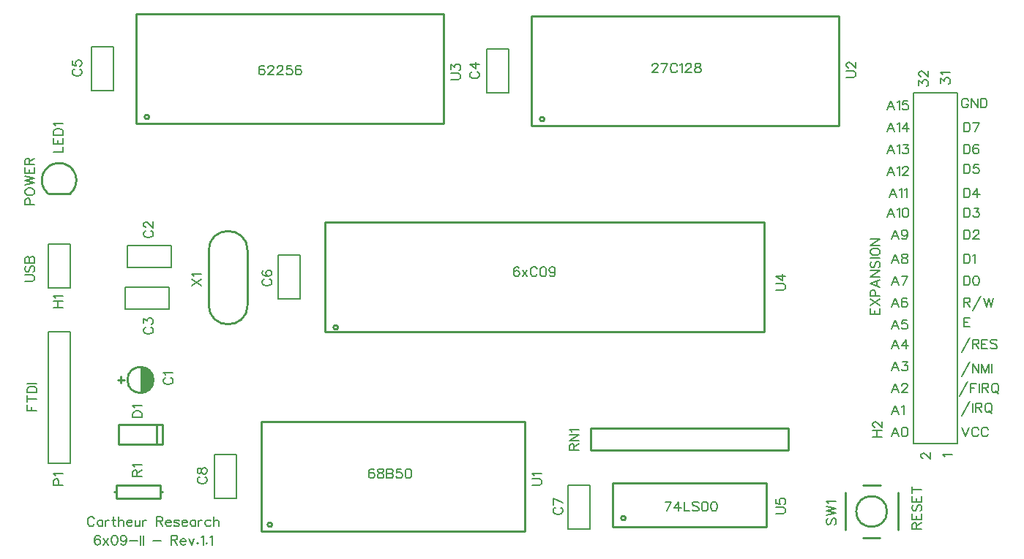
<source format=gto>
G04 Layer: TopSilkscreenLayer*
G04 EasyEDA v6.5.39, 2024-01-03 14:12:35*
G04 d929642428bd4096b0ac961750852c7a,ced954a3207a4d028f07e6fa70cdf7d5,10*
G04 Gerber Generator version 0.2*
G04 Scale: 100 percent, Rotated: No, Reflected: No *
G04 Dimensions in inches *
G04 leading zeros omitted , absolute positions ,3 integer and 6 decimal *
%FSLAX36Y36*%
%MOIN*%

%ADD10C,0.0070*%
%ADD11C,0.0090*%
%ADD12C,0.0100*%
%ADD13C,0.0079*%
%ADD14C,0.0080*%
%ADD15C,0.0080*%
%ADD16C,0.0115*%

%LPD*%
D10*
X4733599Y-2520000D02*
G01*
X4731599Y-2515900D01*
X4725500Y-2509800D01*
X4768400Y-2509800D01*
X4635699Y-2528000D02*
G01*
X4633599Y-2528000D01*
X4629499Y-2525900D01*
X4627500Y-2523899D01*
X4625500Y-2519800D01*
X4625500Y-2511599D01*
X4627500Y-2507500D01*
X4629499Y-2505500D01*
X4633599Y-2503400D01*
X4637700Y-2503400D01*
X4641800Y-2505500D01*
X4648000Y-2509499D01*
X4668400Y-2530000D01*
X4668400Y-2501399D01*
X4615500Y-825900D02*
G01*
X4615500Y-803400D01*
X4631800Y-815700D01*
X4631800Y-809499D01*
X4633900Y-805500D01*
X4635900Y-803400D01*
X4641999Y-801399D01*
X4646099Y-801399D01*
X4652299Y-803400D01*
X4656400Y-807500D01*
X4658400Y-813600D01*
X4658400Y-819800D01*
X4656400Y-825900D01*
X4654300Y-828000D01*
X4650200Y-830000D01*
X4625699Y-785799D02*
G01*
X4623599Y-785799D01*
X4619499Y-783800D01*
X4617500Y-781700D01*
X4615500Y-777600D01*
X4615500Y-769499D01*
X4617500Y-765399D01*
X4619499Y-763299D01*
X4623599Y-761300D01*
X4627700Y-761300D01*
X4631800Y-763299D01*
X4638000Y-767399D01*
X4658400Y-787899D01*
X4658400Y-759200D01*
X4715500Y-815900D02*
G01*
X4715500Y-793400D01*
X4731800Y-805700D01*
X4731800Y-799499D01*
X4733900Y-795500D01*
X4735900Y-793400D01*
X4741999Y-791399D01*
X4746099Y-791399D01*
X4752299Y-793400D01*
X4756400Y-797500D01*
X4758400Y-803600D01*
X4758400Y-809800D01*
X4756400Y-815900D01*
X4754300Y-818000D01*
X4750200Y-820000D01*
X4723599Y-777899D02*
G01*
X4721599Y-773800D01*
X4715500Y-767600D01*
X4758400Y-767600D01*
X4810000Y-2385500D02*
G01*
X4826400Y-2428400D01*
X4842700Y-2385500D02*
G01*
X4826400Y-2428400D01*
X4886899Y-2395700D02*
G01*
X4884899Y-2391599D01*
X4880799Y-2387500D01*
X4876700Y-2385500D01*
X4868500Y-2385500D01*
X4864399Y-2387500D01*
X4860299Y-2391599D01*
X4858299Y-2395700D01*
X4856199Y-2401799D01*
X4856199Y-2411999D01*
X4858299Y-2418200D01*
X4860299Y-2422300D01*
X4864399Y-2426399D01*
X4868500Y-2428400D01*
X4876700Y-2428400D01*
X4880799Y-2426399D01*
X4884899Y-2422300D01*
X4886899Y-2418200D01*
X4931099Y-2395700D02*
G01*
X4928999Y-2391599D01*
X4925000Y-2387500D01*
X4920900Y-2385500D01*
X4912700Y-2385500D01*
X4908599Y-2387500D01*
X4904499Y-2391599D01*
X4902500Y-2395700D01*
X4900400Y-2401799D01*
X4900400Y-2411999D01*
X4902500Y-2418200D01*
X4904499Y-2422300D01*
X4908599Y-2426399D01*
X4912700Y-2428400D01*
X4920900Y-2428400D01*
X4925000Y-2426399D01*
X4928999Y-2422300D01*
X4931099Y-2418200D01*
X4846800Y-2267300D02*
G01*
X4810000Y-2332700D01*
X4860299Y-2275500D02*
G01*
X4860299Y-2318400D01*
X4873800Y-2275500D02*
G01*
X4873800Y-2318400D01*
X4873800Y-2275500D02*
G01*
X4892200Y-2275500D01*
X4898400Y-2277500D01*
X4900400Y-2279499D01*
X4902500Y-2283600D01*
X4902500Y-2287700D01*
X4900400Y-2291799D01*
X4898400Y-2293899D01*
X4892200Y-2295900D01*
X4873800Y-2295900D01*
X4888100Y-2295900D02*
G01*
X4902500Y-2318400D01*
X4928199Y-2275500D02*
G01*
X4924099Y-2277500D01*
X4920000Y-2281599D01*
X4918000Y-2285700D01*
X4916000Y-2291799D01*
X4916000Y-2301999D01*
X4918000Y-2308200D01*
X4920000Y-2312300D01*
X4924099Y-2316399D01*
X4928199Y-2318400D01*
X4936400Y-2318400D01*
X4940500Y-2316399D01*
X4944600Y-2312300D01*
X4946599Y-2308200D01*
X4948699Y-2301999D01*
X4948699Y-2291799D01*
X4946599Y-2285700D01*
X4944600Y-2281599D01*
X4940500Y-2277500D01*
X4936400Y-2275500D01*
X4928199Y-2275500D01*
X4934399Y-2310200D02*
G01*
X4946599Y-2322500D01*
X4506400Y-2385500D02*
G01*
X4490000Y-2428400D01*
X4506400Y-2385500D02*
G01*
X4522700Y-2428400D01*
X4496099Y-2414099D02*
G01*
X4516599Y-2414099D01*
X4548500Y-2385500D02*
G01*
X4542399Y-2387500D01*
X4538299Y-2393600D01*
X4536199Y-2403899D01*
X4536199Y-2410000D01*
X4538299Y-2420200D01*
X4542399Y-2426399D01*
X4548500Y-2428400D01*
X4552600Y-2428400D01*
X4558699Y-2426399D01*
X4562799Y-2420200D01*
X4564899Y-2410000D01*
X4564899Y-2403899D01*
X4562799Y-2393600D01*
X4558699Y-2387500D01*
X4552600Y-2385500D01*
X4548500Y-2385500D01*
X4486400Y-895500D02*
G01*
X4470000Y-938400D01*
X4486400Y-895500D02*
G01*
X4502700Y-938400D01*
X4476099Y-924099D02*
G01*
X4496599Y-924099D01*
X4516199Y-903600D02*
G01*
X4520299Y-901599D01*
X4526499Y-895500D01*
X4526499Y-938400D01*
X4564499Y-895500D02*
G01*
X4543999Y-895500D01*
X4541999Y-913899D01*
X4543999Y-911799D01*
X4550200Y-909800D01*
X4556300Y-909800D01*
X4562500Y-911799D01*
X4566499Y-915900D01*
X4568599Y-921999D01*
X4568599Y-926100D01*
X4566499Y-932300D01*
X4562500Y-936399D01*
X4556300Y-938400D01*
X4550200Y-938400D01*
X4543999Y-936399D01*
X4541999Y-934299D01*
X4540000Y-930199D01*
X4836800Y-2177300D02*
G01*
X4800000Y-2242700D01*
X4850299Y-2185500D02*
G01*
X4850299Y-2228400D01*
X4850299Y-2185500D02*
G01*
X4876899Y-2185500D01*
X4850299Y-2205900D02*
G01*
X4866700Y-2205900D01*
X4890400Y-2185500D02*
G01*
X4890400Y-2228400D01*
X4903900Y-2185500D02*
G01*
X4903900Y-2228400D01*
X4903900Y-2185500D02*
G01*
X4922299Y-2185500D01*
X4928500Y-2187500D01*
X4930500Y-2189499D01*
X4932500Y-2193600D01*
X4932500Y-2197700D01*
X4930500Y-2201799D01*
X4928500Y-2203899D01*
X4922299Y-2205900D01*
X4903900Y-2205900D01*
X4918199Y-2205900D02*
G01*
X4932500Y-2228400D01*
X4958299Y-2185500D02*
G01*
X4954200Y-2187500D01*
X4950100Y-2191599D01*
X4948100Y-2195700D01*
X4946000Y-2201799D01*
X4946000Y-2211999D01*
X4948100Y-2218200D01*
X4950100Y-2222300D01*
X4954200Y-2226399D01*
X4958299Y-2228400D01*
X4966499Y-2228400D01*
X4970600Y-2226399D01*
X4974700Y-2222300D01*
X4976700Y-2218200D01*
X4978800Y-2211999D01*
X4978800Y-2201799D01*
X4976700Y-2195700D01*
X4974700Y-2191599D01*
X4970600Y-2187500D01*
X4966499Y-2185500D01*
X4958299Y-2185500D01*
X4964499Y-2220200D02*
G01*
X4976700Y-2232500D01*
X4846800Y-2087300D02*
G01*
X4810000Y-2152700D01*
X4860299Y-2095500D02*
G01*
X4860299Y-2138400D01*
X4860299Y-2095500D02*
G01*
X4888999Y-2138400D01*
X4888999Y-2095500D02*
G01*
X4888999Y-2138400D01*
X4902500Y-2095500D02*
G01*
X4902500Y-2138400D01*
X4902500Y-2095500D02*
G01*
X4918800Y-2138400D01*
X4935200Y-2095500D02*
G01*
X4918800Y-2138400D01*
X4935200Y-2095500D02*
G01*
X4935200Y-2138400D01*
X4948699Y-2095500D02*
G01*
X4948699Y-2138400D01*
X4846800Y-1977300D02*
G01*
X4810000Y-2042699D01*
X4860299Y-1985500D02*
G01*
X4860299Y-2028400D01*
X4860299Y-1985500D02*
G01*
X4878699Y-1985500D01*
X4884899Y-1987500D01*
X4886899Y-1989499D01*
X4888999Y-1993600D01*
X4888999Y-1997699D01*
X4886899Y-2001799D01*
X4884899Y-2003899D01*
X4878699Y-2005900D01*
X4860299Y-2005900D01*
X4874600Y-2005900D02*
G01*
X4888999Y-2028400D01*
X4902500Y-1985500D02*
G01*
X4902500Y-2028400D01*
X4902500Y-1985500D02*
G01*
X4928999Y-1985500D01*
X4902500Y-2005900D02*
G01*
X4918800Y-2005900D01*
X4902500Y-2028400D02*
G01*
X4928999Y-2028400D01*
X4971199Y-1991599D02*
G01*
X4967100Y-1987500D01*
X4961000Y-1985500D01*
X4952799Y-1985500D01*
X4946599Y-1987500D01*
X4942500Y-1991599D01*
X4942500Y-1995700D01*
X4944600Y-1999800D01*
X4946599Y-2001799D01*
X4950699Y-2003899D01*
X4963000Y-2008000D01*
X4967100Y-2010000D01*
X4969099Y-2011999D01*
X4971199Y-2016100D01*
X4971199Y-2022300D01*
X4967100Y-2026399D01*
X4961000Y-2028400D01*
X4952799Y-2028400D01*
X4946599Y-2026399D01*
X4942500Y-2022300D01*
X4820000Y-1885500D02*
G01*
X4820000Y-1928400D01*
X4820000Y-1885500D02*
G01*
X4846599Y-1885500D01*
X4820000Y-1905900D02*
G01*
X4836400Y-1905900D01*
X4820000Y-1928400D02*
G01*
X4846599Y-1928400D01*
X4820000Y-1795500D02*
G01*
X4820000Y-1838400D01*
X4820000Y-1795500D02*
G01*
X4838400Y-1795500D01*
X4844499Y-1797500D01*
X4846599Y-1799499D01*
X4848599Y-1803600D01*
X4848599Y-1807699D01*
X4846599Y-1811799D01*
X4844499Y-1813899D01*
X4838400Y-1815900D01*
X4820000Y-1815900D01*
X4834300Y-1815900D02*
G01*
X4848599Y-1838400D01*
X4898999Y-1787300D02*
G01*
X4862100Y-1852699D01*
X4912500Y-1795500D02*
G01*
X4922700Y-1838400D01*
X4932900Y-1795500D02*
G01*
X4922700Y-1838400D01*
X4932900Y-1795500D02*
G01*
X4943100Y-1838400D01*
X4953400Y-1795500D02*
G01*
X4943100Y-1838400D01*
X4820000Y-1695500D02*
G01*
X4820000Y-1738400D01*
X4820000Y-1695500D02*
G01*
X4834300Y-1695500D01*
X4840500Y-1697500D01*
X4844499Y-1701599D01*
X4846599Y-1705700D01*
X4848599Y-1711799D01*
X4848599Y-1721999D01*
X4846599Y-1728200D01*
X4844499Y-1732300D01*
X4840500Y-1736399D01*
X4834300Y-1738400D01*
X4820000Y-1738400D01*
X4874399Y-1695500D02*
G01*
X4868299Y-1697500D01*
X4864200Y-1703600D01*
X4862100Y-1713899D01*
X4862100Y-1720000D01*
X4864200Y-1730199D01*
X4868299Y-1736399D01*
X4874399Y-1738400D01*
X4878500Y-1738400D01*
X4884600Y-1736399D01*
X4888699Y-1730199D01*
X4890799Y-1720000D01*
X4890799Y-1713899D01*
X4888699Y-1703600D01*
X4884600Y-1697500D01*
X4878500Y-1695500D01*
X4874399Y-1695500D01*
X4820000Y-995500D02*
G01*
X4820000Y-1038400D01*
X4820000Y-995500D02*
G01*
X4834300Y-995500D01*
X4840500Y-997500D01*
X4844499Y-1001599D01*
X4846599Y-1005700D01*
X4848599Y-1011799D01*
X4848599Y-1021999D01*
X4846599Y-1028200D01*
X4844499Y-1032300D01*
X4840500Y-1036399D01*
X4834300Y-1038400D01*
X4820000Y-1038400D01*
X4890799Y-995500D02*
G01*
X4870299Y-1038400D01*
X4862100Y-995500D02*
G01*
X4890799Y-995500D01*
X4840699Y-895700D02*
G01*
X4838599Y-891599D01*
X4834499Y-887500D01*
X4830500Y-885500D01*
X4822299Y-885500D01*
X4818199Y-887500D01*
X4814099Y-891599D01*
X4811999Y-895700D01*
X4810000Y-901799D01*
X4810000Y-911999D01*
X4811999Y-918200D01*
X4814099Y-922300D01*
X4818199Y-926399D01*
X4822299Y-928400D01*
X4830500Y-928400D01*
X4834499Y-926399D01*
X4838599Y-922300D01*
X4840699Y-918200D01*
X4840699Y-911999D01*
X4830500Y-911999D02*
G01*
X4840699Y-911999D01*
X4854200Y-885500D02*
G01*
X4854200Y-928400D01*
X4854200Y-885500D02*
G01*
X4882799Y-928400D01*
X4882799Y-885500D02*
G01*
X4882799Y-928400D01*
X4896300Y-885500D02*
G01*
X4896300Y-928400D01*
X4896300Y-885500D02*
G01*
X4910600Y-885500D01*
X4916800Y-887500D01*
X4920900Y-891599D01*
X4922900Y-895700D01*
X4925000Y-901799D01*
X4925000Y-911999D01*
X4922900Y-918200D01*
X4920900Y-922300D01*
X4916800Y-926399D01*
X4910600Y-928400D01*
X4896300Y-928400D01*
X4820000Y-1595500D02*
G01*
X4820000Y-1638400D01*
X4820000Y-1595500D02*
G01*
X4834300Y-1595500D01*
X4840500Y-1597500D01*
X4844499Y-1601599D01*
X4846599Y-1605700D01*
X4848599Y-1611799D01*
X4848599Y-1621999D01*
X4846599Y-1628200D01*
X4844499Y-1632300D01*
X4840500Y-1636399D01*
X4834300Y-1638400D01*
X4820000Y-1638400D01*
X4862100Y-1603600D02*
G01*
X4866199Y-1601599D01*
X4872399Y-1595500D01*
X4872399Y-1638400D01*
X4820000Y-1485500D02*
G01*
X4820000Y-1528400D01*
X4820000Y-1485500D02*
G01*
X4834300Y-1485500D01*
X4840500Y-1487500D01*
X4844499Y-1491599D01*
X4846599Y-1495700D01*
X4848599Y-1501799D01*
X4848599Y-1511999D01*
X4846599Y-1518200D01*
X4844499Y-1522300D01*
X4840500Y-1526399D01*
X4834300Y-1528400D01*
X4820000Y-1528400D01*
X4864200Y-1495700D02*
G01*
X4864200Y-1493600D01*
X4866199Y-1489499D01*
X4868299Y-1487500D01*
X4872399Y-1485500D01*
X4880500Y-1485500D01*
X4884600Y-1487500D01*
X4886700Y-1489499D01*
X4888699Y-1493600D01*
X4888699Y-1497699D01*
X4886700Y-1501799D01*
X4882600Y-1508000D01*
X4862100Y-1528400D01*
X4890799Y-1528400D01*
X4820000Y-1385500D02*
G01*
X4820000Y-1428400D01*
X4820000Y-1385500D02*
G01*
X4834300Y-1385500D01*
X4840500Y-1387500D01*
X4844499Y-1391599D01*
X4846599Y-1395700D01*
X4848599Y-1401799D01*
X4848599Y-1411999D01*
X4846599Y-1418200D01*
X4844499Y-1422300D01*
X4840500Y-1426399D01*
X4834300Y-1428400D01*
X4820000Y-1428400D01*
X4866199Y-1385500D02*
G01*
X4888699Y-1385500D01*
X4876499Y-1401799D01*
X4882600Y-1401799D01*
X4886700Y-1403899D01*
X4888699Y-1405900D01*
X4890799Y-1411999D01*
X4890799Y-1416100D01*
X4888699Y-1422300D01*
X4884600Y-1426399D01*
X4878500Y-1428400D01*
X4872399Y-1428400D01*
X4866199Y-1426399D01*
X4864200Y-1424299D01*
X4862100Y-1420199D01*
X4820000Y-1295500D02*
G01*
X4820000Y-1338400D01*
X4820000Y-1295500D02*
G01*
X4834300Y-1295500D01*
X4840500Y-1297500D01*
X4844499Y-1301599D01*
X4846599Y-1305700D01*
X4848599Y-1311799D01*
X4848599Y-1321999D01*
X4846599Y-1328200D01*
X4844499Y-1332300D01*
X4840500Y-1336399D01*
X4834300Y-1338400D01*
X4820000Y-1338400D01*
X4882600Y-1295500D02*
G01*
X4862100Y-1324099D01*
X4892799Y-1324099D01*
X4882600Y-1295500D02*
G01*
X4882600Y-1338400D01*
X4820000Y-1185500D02*
G01*
X4820000Y-1228400D01*
X4820000Y-1185500D02*
G01*
X4834300Y-1185500D01*
X4840500Y-1187500D01*
X4844499Y-1191599D01*
X4846599Y-1195700D01*
X4848599Y-1201799D01*
X4848599Y-1211999D01*
X4846599Y-1218200D01*
X4844499Y-1222300D01*
X4840500Y-1226399D01*
X4834300Y-1228400D01*
X4820000Y-1228400D01*
X4886700Y-1185500D02*
G01*
X4866199Y-1185500D01*
X4864200Y-1203899D01*
X4866199Y-1201799D01*
X4872399Y-1199800D01*
X4878500Y-1199800D01*
X4884600Y-1201799D01*
X4888699Y-1205900D01*
X4890799Y-1211999D01*
X4890799Y-1216100D01*
X4888699Y-1222300D01*
X4884600Y-1226399D01*
X4878500Y-1228400D01*
X4872399Y-1228400D01*
X4866199Y-1226399D01*
X4864200Y-1224299D01*
X4862100Y-1220199D01*
X4820000Y-1095500D02*
G01*
X4820000Y-1138400D01*
X4820000Y-1095500D02*
G01*
X4834300Y-1095500D01*
X4840500Y-1097500D01*
X4844499Y-1101599D01*
X4846599Y-1105700D01*
X4848599Y-1111799D01*
X4848599Y-1121999D01*
X4846599Y-1128200D01*
X4844499Y-1132300D01*
X4840500Y-1136399D01*
X4834300Y-1138400D01*
X4820000Y-1138400D01*
X4886700Y-1101599D02*
G01*
X4884600Y-1097500D01*
X4878500Y-1095500D01*
X4874399Y-1095500D01*
X4868299Y-1097500D01*
X4864200Y-1103600D01*
X4862100Y-1113899D01*
X4862100Y-1124099D01*
X4864200Y-1132300D01*
X4868299Y-1136399D01*
X4874399Y-1138400D01*
X4876499Y-1138400D01*
X4882600Y-1136399D01*
X4886700Y-1132300D01*
X4888699Y-1126100D01*
X4888699Y-1124099D01*
X4886700Y-1118000D01*
X4882600Y-1113899D01*
X4876499Y-1111799D01*
X4874399Y-1111799D01*
X4868299Y-1113899D01*
X4864200Y-1118000D01*
X4862100Y-1124099D01*
X4506400Y-2285500D02*
G01*
X4490000Y-2328400D01*
X4506400Y-2285500D02*
G01*
X4522700Y-2328400D01*
X4496099Y-2314099D02*
G01*
X4516599Y-2314099D01*
X4536199Y-2293600D02*
G01*
X4540299Y-2291599D01*
X4546499Y-2285500D01*
X4546499Y-2328400D01*
X4506400Y-2185500D02*
G01*
X4490000Y-2228400D01*
X4506400Y-2185500D02*
G01*
X4522700Y-2228400D01*
X4496099Y-2214099D02*
G01*
X4516599Y-2214099D01*
X4538299Y-2195700D02*
G01*
X4538299Y-2193600D01*
X4540299Y-2189499D01*
X4542399Y-2187500D01*
X4546499Y-2185500D01*
X4554600Y-2185500D01*
X4558699Y-2187500D01*
X4560799Y-2189499D01*
X4562799Y-2193600D01*
X4562799Y-2197700D01*
X4560799Y-2201799D01*
X4556700Y-2208000D01*
X4536199Y-2228400D01*
X4564899Y-2228400D01*
X4506400Y-2085500D02*
G01*
X4490000Y-2128400D01*
X4506400Y-2085500D02*
G01*
X4522700Y-2128400D01*
X4496099Y-2114099D02*
G01*
X4516599Y-2114099D01*
X4540299Y-2085500D02*
G01*
X4562799Y-2085500D01*
X4550500Y-2101799D01*
X4556700Y-2101799D01*
X4560799Y-2103899D01*
X4562799Y-2105900D01*
X4564899Y-2111999D01*
X4564899Y-2116100D01*
X4562799Y-2122300D01*
X4558699Y-2126399D01*
X4552600Y-2128400D01*
X4546499Y-2128400D01*
X4540299Y-2126399D01*
X4538299Y-2124299D01*
X4536199Y-2120200D01*
X4506400Y-1985500D02*
G01*
X4490000Y-2028400D01*
X4506400Y-1985500D02*
G01*
X4522700Y-2028400D01*
X4496099Y-2014099D02*
G01*
X4516599Y-2014099D01*
X4556700Y-1985500D02*
G01*
X4536199Y-2014099D01*
X4566899Y-2014099D01*
X4556700Y-1985500D02*
G01*
X4556700Y-2028400D01*
X4506400Y-1895500D02*
G01*
X4490000Y-1938400D01*
X4506400Y-1895500D02*
G01*
X4522700Y-1938400D01*
X4496099Y-1924099D02*
G01*
X4516599Y-1924099D01*
X4560799Y-1895500D02*
G01*
X4540299Y-1895500D01*
X4538299Y-1913899D01*
X4540299Y-1911799D01*
X4546499Y-1909800D01*
X4552600Y-1909800D01*
X4558699Y-1911799D01*
X4562799Y-1915900D01*
X4564899Y-1921999D01*
X4564899Y-1926100D01*
X4562799Y-1932300D01*
X4558699Y-1936399D01*
X4552600Y-1938400D01*
X4546499Y-1938400D01*
X4540299Y-1936399D01*
X4538299Y-1934299D01*
X4536199Y-1930199D01*
X4506400Y-1795500D02*
G01*
X4490000Y-1838400D01*
X4506400Y-1795500D02*
G01*
X4522700Y-1838400D01*
X4496099Y-1824099D02*
G01*
X4516599Y-1824099D01*
X4560799Y-1801599D02*
G01*
X4558699Y-1797500D01*
X4552600Y-1795500D01*
X4548500Y-1795500D01*
X4542399Y-1797500D01*
X4538299Y-1803600D01*
X4536199Y-1813899D01*
X4536199Y-1824099D01*
X4538299Y-1832300D01*
X4542399Y-1836399D01*
X4548500Y-1838400D01*
X4550500Y-1838400D01*
X4556700Y-1836399D01*
X4560799Y-1832300D01*
X4562799Y-1826100D01*
X4562799Y-1824099D01*
X4560799Y-1818000D01*
X4556700Y-1813899D01*
X4550500Y-1811799D01*
X4548500Y-1811799D01*
X4542399Y-1813899D01*
X4538299Y-1818000D01*
X4536199Y-1824099D01*
X4506400Y-1695500D02*
G01*
X4490000Y-1738400D01*
X4506400Y-1695500D02*
G01*
X4522700Y-1738400D01*
X4496099Y-1724099D02*
G01*
X4516599Y-1724099D01*
X4564899Y-1695500D02*
G01*
X4544399Y-1738400D01*
X4536199Y-1695500D02*
G01*
X4564899Y-1695500D01*
X4506400Y-1595500D02*
G01*
X4490000Y-1638400D01*
X4506400Y-1595500D02*
G01*
X4522700Y-1638400D01*
X4496099Y-1624099D02*
G01*
X4516599Y-1624099D01*
X4546499Y-1595500D02*
G01*
X4540299Y-1597500D01*
X4538299Y-1601599D01*
X4538299Y-1605700D01*
X4540299Y-1609800D01*
X4544399Y-1611799D01*
X4552600Y-1613899D01*
X4558699Y-1615900D01*
X4562799Y-1620000D01*
X4564899Y-1624099D01*
X4564899Y-1630199D01*
X4562799Y-1634299D01*
X4560799Y-1636399D01*
X4554600Y-1638400D01*
X4546499Y-1638400D01*
X4540299Y-1636399D01*
X4538299Y-1634299D01*
X4536199Y-1630199D01*
X4536199Y-1624099D01*
X4538299Y-1620000D01*
X4542399Y-1615900D01*
X4548500Y-1613899D01*
X4556700Y-1611799D01*
X4560799Y-1609800D01*
X4562799Y-1605700D01*
X4562799Y-1601599D01*
X4560799Y-1597500D01*
X4554600Y-1595500D01*
X4546499Y-1595500D01*
X4506400Y-1485500D02*
G01*
X4490000Y-1528400D01*
X4506400Y-1485500D02*
G01*
X4522700Y-1528400D01*
X4496099Y-1514099D02*
G01*
X4516599Y-1514099D01*
X4562799Y-1499800D02*
G01*
X4560799Y-1505900D01*
X4556700Y-1510000D01*
X4550500Y-1511999D01*
X4548500Y-1511999D01*
X4542399Y-1510000D01*
X4538299Y-1505900D01*
X4536199Y-1499800D01*
X4536199Y-1497699D01*
X4538299Y-1491599D01*
X4542399Y-1487500D01*
X4548500Y-1485500D01*
X4550500Y-1485500D01*
X4556700Y-1487500D01*
X4560799Y-1491599D01*
X4562799Y-1499800D01*
X4562799Y-1510000D01*
X4560799Y-1520199D01*
X4556700Y-1526399D01*
X4550500Y-1528400D01*
X4546499Y-1528400D01*
X4540299Y-1526399D01*
X4538299Y-1522300D01*
X4486400Y-1385500D02*
G01*
X4470000Y-1428400D01*
X4486400Y-1385500D02*
G01*
X4502700Y-1428400D01*
X4476099Y-1414099D02*
G01*
X4496599Y-1414099D01*
X4516199Y-1393600D02*
G01*
X4520299Y-1391599D01*
X4526499Y-1385500D01*
X4526499Y-1428400D01*
X4552200Y-1385500D02*
G01*
X4546099Y-1387500D01*
X4541999Y-1393600D01*
X4540000Y-1403899D01*
X4540000Y-1410000D01*
X4541999Y-1420199D01*
X4546099Y-1426399D01*
X4552200Y-1428400D01*
X4556300Y-1428400D01*
X4562500Y-1426399D01*
X4566499Y-1420199D01*
X4568599Y-1410000D01*
X4568599Y-1403899D01*
X4566499Y-1393600D01*
X4562500Y-1387500D01*
X4556300Y-1385500D01*
X4552200Y-1385500D01*
X4496400Y-1295500D02*
G01*
X4480000Y-1338400D01*
X4496400Y-1295500D02*
G01*
X4512700Y-1338400D01*
X4486099Y-1324099D02*
G01*
X4506599Y-1324099D01*
X4526199Y-1303600D02*
G01*
X4530299Y-1301599D01*
X4536499Y-1295500D01*
X4536499Y-1338400D01*
X4550000Y-1303600D02*
G01*
X4553999Y-1301599D01*
X4560200Y-1295500D01*
X4560200Y-1338400D01*
X4486400Y-1195500D02*
G01*
X4470000Y-1238400D01*
X4486400Y-1195500D02*
G01*
X4502700Y-1238400D01*
X4476099Y-1224099D02*
G01*
X4496599Y-1224099D01*
X4516199Y-1203600D02*
G01*
X4520299Y-1201599D01*
X4526499Y-1195500D01*
X4526499Y-1238400D01*
X4541999Y-1205700D02*
G01*
X4541999Y-1203600D01*
X4543999Y-1199499D01*
X4546099Y-1197500D01*
X4550200Y-1195500D01*
X4558400Y-1195500D01*
X4562500Y-1197500D01*
X4564499Y-1199499D01*
X4566499Y-1203600D01*
X4566499Y-1207699D01*
X4564499Y-1211799D01*
X4560400Y-1218000D01*
X4540000Y-1238400D01*
X4568599Y-1238400D01*
X4486400Y-1095500D02*
G01*
X4470000Y-1138400D01*
X4486400Y-1095500D02*
G01*
X4502700Y-1138400D01*
X4476099Y-1124099D02*
G01*
X4496599Y-1124099D01*
X4516199Y-1103600D02*
G01*
X4520299Y-1101599D01*
X4526499Y-1095500D01*
X4526499Y-1138400D01*
X4543999Y-1095500D02*
G01*
X4566499Y-1095500D01*
X4554300Y-1111799D01*
X4560400Y-1111799D01*
X4564499Y-1113899D01*
X4566499Y-1115900D01*
X4568599Y-1121999D01*
X4568599Y-1126100D01*
X4566499Y-1132300D01*
X4562500Y-1136399D01*
X4556300Y-1138400D01*
X4550200Y-1138400D01*
X4543999Y-1136399D01*
X4541999Y-1134299D01*
X4540000Y-1130199D01*
X4486400Y-995500D02*
G01*
X4470000Y-1038400D01*
X4486400Y-995500D02*
G01*
X4502700Y-1038400D01*
X4476099Y-1024099D02*
G01*
X4496599Y-1024099D01*
X4516199Y-1003600D02*
G01*
X4520299Y-1001599D01*
X4526499Y-995500D01*
X4526499Y-1038400D01*
X4560400Y-995500D02*
G01*
X4540000Y-1024099D01*
X4570600Y-1024099D01*
X4560400Y-995500D02*
G01*
X4560400Y-1038400D01*
X860700Y-2804800D02*
G01*
X858600Y-2800700D01*
X854499Y-2796599D01*
X850500Y-2794600D01*
X842300Y-2794600D01*
X838200Y-2796599D01*
X834099Y-2800700D01*
X831999Y-2804800D01*
X830000Y-2810999D01*
X830000Y-2821199D01*
X831999Y-2827300D01*
X834099Y-2831399D01*
X838200Y-2835500D01*
X842300Y-2837500D01*
X850500Y-2837500D01*
X854499Y-2835500D01*
X858600Y-2831399D01*
X860700Y-2827300D01*
X898699Y-2808899D02*
G01*
X898699Y-2837500D01*
X898699Y-2815000D02*
G01*
X894600Y-2810999D01*
X890500Y-2808899D01*
X884400Y-2808899D01*
X880300Y-2810999D01*
X876199Y-2815000D01*
X874200Y-2821199D01*
X874200Y-2825300D01*
X876199Y-2831399D01*
X880300Y-2835500D01*
X884400Y-2837500D01*
X890500Y-2837500D01*
X894600Y-2835500D01*
X898699Y-2831399D01*
X912199Y-2808899D02*
G01*
X912199Y-2837500D01*
X912199Y-2821199D02*
G01*
X914299Y-2815000D01*
X918400Y-2810999D01*
X922500Y-2808899D01*
X928600Y-2808899D01*
X948200Y-2794600D02*
G01*
X948200Y-2829400D01*
X950300Y-2835500D01*
X954400Y-2837500D01*
X958499Y-2837500D01*
X942100Y-2808899D02*
G01*
X956399Y-2808899D01*
X971999Y-2794600D02*
G01*
X971999Y-2837500D01*
X971999Y-2817100D02*
G01*
X978100Y-2810999D01*
X982200Y-2808899D01*
X988299Y-2808899D01*
X992399Y-2810999D01*
X994499Y-2817100D01*
X994499Y-2837500D01*
X1008000Y-2821199D02*
G01*
X1032500Y-2821199D01*
X1032500Y-2817100D01*
X1030500Y-2813000D01*
X1028400Y-2810999D01*
X1024300Y-2808899D01*
X1018199Y-2808899D01*
X1014099Y-2810999D01*
X1010000Y-2815000D01*
X1008000Y-2821199D01*
X1008000Y-2825300D01*
X1010000Y-2831399D01*
X1014099Y-2835500D01*
X1018199Y-2837500D01*
X1024300Y-2837500D01*
X1028400Y-2835500D01*
X1032500Y-2831399D01*
X1046000Y-2808899D02*
G01*
X1046000Y-2829400D01*
X1048000Y-2835500D01*
X1052100Y-2837500D01*
X1058299Y-2837500D01*
X1062399Y-2835500D01*
X1068500Y-2829400D01*
X1068500Y-2808899D02*
G01*
X1068500Y-2837500D01*
X1081999Y-2808899D02*
G01*
X1081999Y-2837500D01*
X1081999Y-2821199D02*
G01*
X1083999Y-2815000D01*
X1088100Y-2810999D01*
X1092200Y-2808899D01*
X1098400Y-2808899D01*
X1143400Y-2794600D02*
G01*
X1143400Y-2837500D01*
X1143400Y-2794600D02*
G01*
X1161800Y-2794600D01*
X1167899Y-2796599D01*
X1170000Y-2798699D01*
X1171999Y-2802800D01*
X1171999Y-2806900D01*
X1170000Y-2810999D01*
X1167899Y-2813000D01*
X1161800Y-2815000D01*
X1143400Y-2815000D01*
X1157700Y-2815000D02*
G01*
X1171999Y-2837500D01*
X1185500Y-2821199D02*
G01*
X1210000Y-2821199D01*
X1210000Y-2817100D01*
X1208000Y-2813000D01*
X1206000Y-2810999D01*
X1201899Y-2808899D01*
X1195699Y-2808899D01*
X1191599Y-2810999D01*
X1187500Y-2815000D01*
X1185500Y-2821199D01*
X1185500Y-2825300D01*
X1187500Y-2831399D01*
X1191599Y-2835500D01*
X1195699Y-2837500D01*
X1201899Y-2837500D01*
X1206000Y-2835500D01*
X1210000Y-2831399D01*
X1246000Y-2815000D02*
G01*
X1243999Y-2810999D01*
X1237899Y-2808899D01*
X1231700Y-2808899D01*
X1225600Y-2810999D01*
X1223500Y-2815000D01*
X1225600Y-2819099D01*
X1229700Y-2821199D01*
X1239899Y-2823200D01*
X1243999Y-2825300D01*
X1246000Y-2829400D01*
X1246000Y-2831399D01*
X1243999Y-2835500D01*
X1237899Y-2837500D01*
X1231700Y-2837500D01*
X1225600Y-2835500D01*
X1223500Y-2831399D01*
X1259499Y-2821199D02*
G01*
X1284099Y-2821199D01*
X1284099Y-2817100D01*
X1281999Y-2813000D01*
X1280000Y-2810999D01*
X1275900Y-2808899D01*
X1269799Y-2808899D01*
X1265699Y-2810999D01*
X1261599Y-2815000D01*
X1259499Y-2821199D01*
X1259499Y-2825300D01*
X1261599Y-2831399D01*
X1265699Y-2835500D01*
X1269799Y-2837500D01*
X1275900Y-2837500D01*
X1280000Y-2835500D01*
X1284099Y-2831399D01*
X1322100Y-2808899D02*
G01*
X1322100Y-2837500D01*
X1322100Y-2815000D02*
G01*
X1318000Y-2810999D01*
X1313999Y-2808899D01*
X1307799Y-2808899D01*
X1303699Y-2810999D01*
X1299600Y-2815000D01*
X1297600Y-2821199D01*
X1297600Y-2825300D01*
X1299600Y-2831399D01*
X1303699Y-2835500D01*
X1307799Y-2837500D01*
X1313999Y-2837500D01*
X1318000Y-2835500D01*
X1322100Y-2831399D01*
X1335600Y-2808899D02*
G01*
X1335600Y-2837500D01*
X1335600Y-2821199D02*
G01*
X1337700Y-2815000D01*
X1341800Y-2810999D01*
X1345900Y-2808899D01*
X1351999Y-2808899D01*
X1390000Y-2815000D02*
G01*
X1386000Y-2810999D01*
X1381899Y-2808899D01*
X1375699Y-2808899D01*
X1371599Y-2810999D01*
X1367500Y-2815000D01*
X1365500Y-2821199D01*
X1365500Y-2825300D01*
X1367500Y-2831399D01*
X1371599Y-2835500D01*
X1375699Y-2837500D01*
X1381899Y-2837500D01*
X1386000Y-2835500D01*
X1390000Y-2831399D01*
X1403500Y-2794600D02*
G01*
X1403500Y-2837500D01*
X1403500Y-2817100D02*
G01*
X1409700Y-2810999D01*
X1413800Y-2808899D01*
X1419899Y-2808899D01*
X1423999Y-2810999D01*
X1426000Y-2817100D01*
X1426000Y-2837500D01*
X885999Y-2885700D02*
G01*
X884000Y-2881599D01*
X877899Y-2879600D01*
X873800Y-2879600D01*
X867600Y-2881599D01*
X863499Y-2887800D01*
X861500Y-2898000D01*
X861500Y-2908200D01*
X863499Y-2916399D01*
X867600Y-2920500D01*
X873800Y-2922500D01*
X875799Y-2922500D01*
X881999Y-2920500D01*
X885999Y-2916399D01*
X888099Y-2910300D01*
X888099Y-2908200D01*
X885999Y-2902100D01*
X881999Y-2898000D01*
X875799Y-2895999D01*
X873800Y-2895999D01*
X867600Y-2898000D01*
X863499Y-2902100D01*
X861500Y-2908200D01*
X901599Y-2893899D02*
G01*
X924099Y-2922500D01*
X924099Y-2893899D02*
G01*
X901599Y-2922500D01*
X949899Y-2879600D02*
G01*
X943699Y-2881599D01*
X939600Y-2887800D01*
X937600Y-2898000D01*
X937600Y-2904099D01*
X939600Y-2914400D01*
X943699Y-2920500D01*
X949899Y-2922500D01*
X954000Y-2922500D01*
X960100Y-2920500D01*
X964200Y-2914400D01*
X966199Y-2904099D01*
X966199Y-2898000D01*
X964200Y-2887800D01*
X960100Y-2881599D01*
X954000Y-2879600D01*
X949899Y-2879600D01*
X1006300Y-2893899D02*
G01*
X1004300Y-2900000D01*
X1000200Y-2904099D01*
X993999Y-2906199D01*
X991999Y-2906199D01*
X985900Y-2904099D01*
X981800Y-2900000D01*
X979700Y-2893899D01*
X979700Y-2891900D01*
X981800Y-2885700D01*
X985900Y-2881599D01*
X991999Y-2879600D01*
X993999Y-2879600D01*
X1000200Y-2881599D01*
X1004300Y-2885700D01*
X1006300Y-2893899D01*
X1006300Y-2904099D01*
X1004300Y-2914400D01*
X1000200Y-2920500D01*
X993999Y-2922500D01*
X990000Y-2922500D01*
X983800Y-2920500D01*
X981800Y-2916399D01*
X1019799Y-2904099D02*
G01*
X1056599Y-2904099D01*
X1070100Y-2879600D02*
G01*
X1070100Y-2922500D01*
X1083599Y-2879600D02*
G01*
X1083599Y-2922500D01*
X1128599Y-2904099D02*
G01*
X1165500Y-2904099D01*
X1210500Y-2879600D02*
G01*
X1210500Y-2922500D01*
X1210500Y-2879600D02*
G01*
X1228900Y-2879600D01*
X1235000Y-2881599D01*
X1236999Y-2883699D01*
X1239099Y-2887800D01*
X1239099Y-2891900D01*
X1236999Y-2895999D01*
X1235000Y-2898000D01*
X1228900Y-2900000D01*
X1210500Y-2900000D01*
X1224799Y-2900000D02*
G01*
X1239099Y-2922500D01*
X1252600Y-2906199D02*
G01*
X1277100Y-2906199D01*
X1277100Y-2902100D01*
X1275100Y-2898000D01*
X1273000Y-2895999D01*
X1268999Y-2893899D01*
X1262799Y-2893899D01*
X1258699Y-2895999D01*
X1254600Y-2900000D01*
X1252600Y-2906199D01*
X1252600Y-2910300D01*
X1254600Y-2916399D01*
X1258699Y-2920500D01*
X1262799Y-2922500D01*
X1268999Y-2922500D01*
X1273000Y-2920500D01*
X1277100Y-2916399D01*
X1290600Y-2893899D02*
G01*
X1302899Y-2922500D01*
X1315200Y-2893899D02*
G01*
X1302899Y-2922500D01*
X1330699Y-2912300D02*
G01*
X1328699Y-2914400D01*
X1330699Y-2916399D01*
X1332799Y-2914400D01*
X1330699Y-2912300D01*
X1346300Y-2887800D02*
G01*
X1350399Y-2885700D01*
X1356499Y-2879600D01*
X1356499Y-2922500D01*
X1371999Y-2912300D02*
G01*
X1370000Y-2914400D01*
X1371999Y-2916399D01*
X1374099Y-2914400D01*
X1371999Y-2912300D01*
X1387600Y-2887800D02*
G01*
X1391700Y-2885700D01*
X1397799Y-2879600D01*
X1397799Y-2922500D01*
X1634499Y-741599D02*
G01*
X1632500Y-737500D01*
X1626400Y-735500D01*
X1622299Y-735500D01*
X1616099Y-737500D01*
X1611999Y-743600D01*
X1610000Y-753899D01*
X1610000Y-764099D01*
X1611999Y-772300D01*
X1616099Y-776399D01*
X1622299Y-778400D01*
X1624300Y-778400D01*
X1630500Y-776399D01*
X1634499Y-772300D01*
X1636599Y-766100D01*
X1636599Y-764099D01*
X1634499Y-758000D01*
X1630500Y-753899D01*
X1624300Y-751799D01*
X1622299Y-751799D01*
X1616099Y-753899D01*
X1611999Y-758000D01*
X1610000Y-764099D01*
X1652100Y-745700D02*
G01*
X1652100Y-743600D01*
X1654200Y-739499D01*
X1656199Y-737500D01*
X1660299Y-735500D01*
X1668500Y-735500D01*
X1672600Y-737500D01*
X1674600Y-739499D01*
X1676700Y-743600D01*
X1676700Y-747699D01*
X1674600Y-751799D01*
X1670500Y-758000D01*
X1650100Y-778400D01*
X1678699Y-778400D01*
X1694300Y-745700D02*
G01*
X1694300Y-743600D01*
X1696300Y-739499D01*
X1698400Y-737500D01*
X1702500Y-735500D01*
X1710600Y-735500D01*
X1714700Y-737500D01*
X1716800Y-739499D01*
X1718800Y-743600D01*
X1718800Y-747699D01*
X1716800Y-751799D01*
X1712700Y-758000D01*
X1692200Y-778400D01*
X1720900Y-778400D01*
X1758900Y-735500D02*
G01*
X1738500Y-735500D01*
X1736400Y-753899D01*
X1738500Y-751799D01*
X1744600Y-749800D01*
X1750699Y-749800D01*
X1756899Y-751799D01*
X1761000Y-755900D01*
X1763000Y-761999D01*
X1763000Y-766100D01*
X1761000Y-772300D01*
X1756899Y-776399D01*
X1750699Y-778400D01*
X1744600Y-778400D01*
X1738500Y-776399D01*
X1736400Y-774299D01*
X1734399Y-770199D01*
X1801000Y-741599D02*
G01*
X1798999Y-737500D01*
X1792899Y-735500D01*
X1788800Y-735500D01*
X1782600Y-737500D01*
X1778500Y-743600D01*
X1776499Y-753899D01*
X1776499Y-764099D01*
X1778500Y-772300D01*
X1782600Y-776399D01*
X1788800Y-778400D01*
X1790799Y-778400D01*
X1796999Y-776399D01*
X1801000Y-772300D01*
X1803100Y-766100D01*
X1803100Y-764099D01*
X1801000Y-758000D01*
X1796999Y-753899D01*
X1790799Y-751799D01*
X1788800Y-751799D01*
X1782600Y-753899D01*
X1778500Y-758000D01*
X1776499Y-764099D01*
X3401999Y-735700D02*
G01*
X3401999Y-733600D01*
X3404099Y-729499D01*
X3406099Y-727500D01*
X3410200Y-725500D01*
X3418400Y-725500D01*
X3422500Y-727500D01*
X3424499Y-729499D01*
X3426599Y-733600D01*
X3426599Y-737699D01*
X3424499Y-741799D01*
X3420500Y-748000D01*
X3400000Y-768400D01*
X3428599Y-768400D01*
X3470799Y-725500D02*
G01*
X3450299Y-768400D01*
X3442100Y-725500D02*
G01*
X3470799Y-725500D01*
X3515000Y-735700D02*
G01*
X3512899Y-731599D01*
X3508800Y-727500D01*
X3504700Y-725500D01*
X3496499Y-725500D01*
X3492500Y-727500D01*
X3488400Y-731599D01*
X3486300Y-735700D01*
X3484300Y-741799D01*
X3484300Y-751999D01*
X3486300Y-758200D01*
X3488400Y-762300D01*
X3492500Y-766399D01*
X3496499Y-768400D01*
X3504700Y-768400D01*
X3508800Y-766399D01*
X3512899Y-762300D01*
X3515000Y-758200D01*
X3528500Y-733600D02*
G01*
X3532500Y-731599D01*
X3538699Y-725500D01*
X3538699Y-768400D01*
X3554200Y-735700D02*
G01*
X3554200Y-733600D01*
X3556300Y-729499D01*
X3558299Y-727500D01*
X3562399Y-725500D01*
X3570600Y-725500D01*
X3574700Y-727500D01*
X3576700Y-729499D01*
X3578800Y-733600D01*
X3578800Y-737699D01*
X3576700Y-741799D01*
X3572600Y-748000D01*
X3552200Y-768400D01*
X3580799Y-768400D01*
X3604499Y-725500D02*
G01*
X3598400Y-727500D01*
X3596400Y-731599D01*
X3596400Y-735700D01*
X3598400Y-739800D01*
X3602500Y-741799D01*
X3610699Y-743899D01*
X3616800Y-745900D01*
X3620900Y-750000D01*
X3623000Y-754099D01*
X3623000Y-760199D01*
X3620900Y-764299D01*
X3618900Y-766399D01*
X3612700Y-768400D01*
X3604499Y-768400D01*
X3598400Y-766399D01*
X3596400Y-764299D01*
X3594300Y-760199D01*
X3594300Y-754099D01*
X3596400Y-750000D01*
X3600500Y-745900D01*
X3606599Y-743899D01*
X3614799Y-741799D01*
X3618900Y-739800D01*
X3620900Y-735700D01*
X3620900Y-731599D01*
X3618900Y-727500D01*
X3612700Y-725500D01*
X3604499Y-725500D01*
X2794499Y-1660700D02*
G01*
X2792500Y-1656599D01*
X2786400Y-1654600D01*
X2782299Y-1654600D01*
X2776099Y-1656599D01*
X2771999Y-1662800D01*
X2770000Y-1673000D01*
X2770000Y-1683200D01*
X2771999Y-1691399D01*
X2776099Y-1695500D01*
X2782299Y-1697500D01*
X2784300Y-1697500D01*
X2790500Y-1695500D01*
X2794499Y-1691399D01*
X2796599Y-1685300D01*
X2796599Y-1683200D01*
X2794499Y-1677100D01*
X2790500Y-1673000D01*
X2784300Y-1670999D01*
X2782299Y-1670999D01*
X2776099Y-1673000D01*
X2771999Y-1677100D01*
X2770000Y-1683200D01*
X2810100Y-1668899D02*
G01*
X2832600Y-1697500D01*
X2832600Y-1668899D02*
G01*
X2810100Y-1697500D01*
X2876800Y-1664800D02*
G01*
X2874700Y-1660700D01*
X2870600Y-1656599D01*
X2866499Y-1654600D01*
X2858400Y-1654600D01*
X2854300Y-1656599D01*
X2850200Y-1660700D01*
X2848100Y-1664800D01*
X2846099Y-1670999D01*
X2846099Y-1681199D01*
X2848100Y-1687300D01*
X2850200Y-1691399D01*
X2854300Y-1695500D01*
X2858400Y-1697500D01*
X2866499Y-1697500D01*
X2870600Y-1695500D01*
X2874700Y-1691399D01*
X2876800Y-1687300D01*
X2902500Y-1654600D02*
G01*
X2896400Y-1656599D01*
X2892299Y-1662800D01*
X2890299Y-1673000D01*
X2890299Y-1679099D01*
X2892299Y-1689400D01*
X2896400Y-1695500D01*
X2902500Y-1697500D01*
X2906599Y-1697500D01*
X2912799Y-1695500D01*
X2916899Y-1689400D01*
X2918900Y-1679099D01*
X2918900Y-1673000D01*
X2916899Y-1662800D01*
X2912799Y-1656599D01*
X2906599Y-1654600D01*
X2902500Y-1654600D01*
X2958999Y-1668899D02*
G01*
X2956999Y-1675000D01*
X2952899Y-1679099D01*
X2946700Y-1681199D01*
X2944700Y-1681199D01*
X2938500Y-1679099D01*
X2934499Y-1675000D01*
X2932399Y-1668899D01*
X2932399Y-1666900D01*
X2934499Y-1660700D01*
X2938500Y-1656599D01*
X2944700Y-1654600D01*
X2946700Y-1654600D01*
X2952899Y-1656599D01*
X2956999Y-1660700D01*
X2958999Y-1668899D01*
X2958999Y-1679099D01*
X2956999Y-1689400D01*
X2952899Y-1695500D01*
X2946700Y-1697500D01*
X2942600Y-1697500D01*
X2936499Y-1695500D01*
X2934499Y-1691399D01*
X2134499Y-2581599D02*
G01*
X2132500Y-2577500D01*
X2126400Y-2575500D01*
X2122299Y-2575500D01*
X2116099Y-2577500D01*
X2111999Y-2583600D01*
X2110000Y-2593899D01*
X2110000Y-2604099D01*
X2111999Y-2612300D01*
X2116099Y-2616399D01*
X2122299Y-2618400D01*
X2124300Y-2618400D01*
X2130500Y-2616399D01*
X2134499Y-2612300D01*
X2136599Y-2606100D01*
X2136599Y-2604099D01*
X2134499Y-2598000D01*
X2130500Y-2593899D01*
X2124300Y-2591799D01*
X2122299Y-2591799D01*
X2116099Y-2593899D01*
X2111999Y-2598000D01*
X2110000Y-2604099D01*
X2160299Y-2575500D02*
G01*
X2154200Y-2577500D01*
X2152100Y-2581599D01*
X2152100Y-2585700D01*
X2154200Y-2589800D01*
X2158299Y-2591799D01*
X2166499Y-2593899D01*
X2172600Y-2595900D01*
X2176700Y-2600000D01*
X2178699Y-2604099D01*
X2178699Y-2610200D01*
X2176700Y-2614299D01*
X2174600Y-2616399D01*
X2168500Y-2618400D01*
X2160299Y-2618400D01*
X2154200Y-2616399D01*
X2152100Y-2614299D01*
X2150100Y-2610200D01*
X2150100Y-2604099D01*
X2152100Y-2600000D01*
X2156199Y-2595900D01*
X2162399Y-2593899D01*
X2170500Y-2591799D01*
X2174600Y-2589800D01*
X2176700Y-2585700D01*
X2176700Y-2581599D01*
X2174600Y-2577500D01*
X2168500Y-2575500D01*
X2160299Y-2575500D01*
X2192200Y-2575500D02*
G01*
X2192200Y-2618400D01*
X2192200Y-2575500D02*
G01*
X2210600Y-2575500D01*
X2216800Y-2577500D01*
X2218800Y-2579499D01*
X2220900Y-2583600D01*
X2220900Y-2587700D01*
X2218800Y-2591799D01*
X2216800Y-2593899D01*
X2210600Y-2595900D01*
X2192200Y-2595900D02*
G01*
X2210600Y-2595900D01*
X2216800Y-2598000D01*
X2218800Y-2600000D01*
X2220900Y-2604099D01*
X2220900Y-2610200D01*
X2218800Y-2614299D01*
X2216800Y-2616399D01*
X2210600Y-2618400D01*
X2192200Y-2618400D01*
X2258900Y-2575500D02*
G01*
X2238500Y-2575500D01*
X2236400Y-2593899D01*
X2238500Y-2591799D01*
X2244600Y-2589800D01*
X2250699Y-2589800D01*
X2256899Y-2591799D01*
X2261000Y-2595900D01*
X2263000Y-2601999D01*
X2263000Y-2606100D01*
X2261000Y-2612300D01*
X2256899Y-2616399D01*
X2250699Y-2618400D01*
X2244600Y-2618400D01*
X2238500Y-2616399D01*
X2236400Y-2614299D01*
X2234399Y-2610200D01*
X2288800Y-2575500D02*
G01*
X2282600Y-2577500D01*
X2278500Y-2583600D01*
X2276499Y-2593899D01*
X2276499Y-2600000D01*
X2278500Y-2610200D01*
X2282600Y-2616399D01*
X2288800Y-2618400D01*
X2292899Y-2618400D01*
X2298999Y-2616399D01*
X2303100Y-2610200D01*
X2305100Y-2600000D01*
X2305100Y-2593899D01*
X2303100Y-2583600D01*
X2298999Y-2577500D01*
X2292899Y-2575500D01*
X2288800Y-2575500D01*
X555500Y-2310000D02*
G01*
X598400Y-2310000D01*
X555500Y-2310000D02*
G01*
X555500Y-2283400D01*
X575900Y-2310000D02*
G01*
X575900Y-2293600D01*
X555500Y-2255599D02*
G01*
X598400Y-2255599D01*
X555500Y-2269899D02*
G01*
X555500Y-2241300D01*
X555500Y-2227800D02*
G01*
X598400Y-2227800D01*
X555500Y-2227800D02*
G01*
X555500Y-2213499D01*
X557500Y-2207300D01*
X561599Y-2203200D01*
X565700Y-2201199D01*
X571799Y-2199099D01*
X581999Y-2199099D01*
X588200Y-2201199D01*
X592300Y-2203200D01*
X596399Y-2207300D01*
X598400Y-2213499D01*
X598400Y-2227800D01*
X555500Y-2185599D02*
G01*
X598400Y-2185599D01*
X545500Y-1720000D02*
G01*
X576100Y-1720000D01*
X582300Y-1718000D01*
X586399Y-1713899D01*
X588400Y-1707699D01*
X588400Y-1703600D01*
X586399Y-1697500D01*
X582300Y-1693400D01*
X576100Y-1691399D01*
X545500Y-1691399D01*
X551599Y-1649200D02*
G01*
X547500Y-1653299D01*
X545500Y-1659499D01*
X545500Y-1667600D01*
X547500Y-1673800D01*
X551599Y-1677899D01*
X555700Y-1677899D01*
X559800Y-1675799D01*
X561799Y-1673800D01*
X563899Y-1669699D01*
X568000Y-1657399D01*
X570000Y-1653299D01*
X571999Y-1651300D01*
X576100Y-1649200D01*
X582300Y-1649200D01*
X586399Y-1653299D01*
X588400Y-1659499D01*
X588400Y-1667600D01*
X586399Y-1673800D01*
X582300Y-1677899D01*
X545500Y-1635700D02*
G01*
X588400Y-1635700D01*
X545500Y-1635700D02*
G01*
X545500Y-1617300D01*
X547500Y-1611199D01*
X549499Y-1609099D01*
X553600Y-1607100D01*
X557699Y-1607100D01*
X561799Y-1609099D01*
X563899Y-1611199D01*
X565900Y-1617300D01*
X565900Y-1635700D02*
G01*
X565900Y-1617300D01*
X568000Y-1611199D01*
X570000Y-1609099D01*
X574099Y-1607100D01*
X580199Y-1607100D01*
X584299Y-1609099D01*
X586399Y-1611199D01*
X588400Y-1617300D01*
X588400Y-1635700D01*
X545500Y-1370000D02*
G01*
X588400Y-1370000D01*
X545500Y-1370000D02*
G01*
X545500Y-1351599D01*
X547500Y-1345500D01*
X549499Y-1343400D01*
X553600Y-1341399D01*
X559800Y-1341399D01*
X563899Y-1343400D01*
X565900Y-1345500D01*
X568000Y-1351599D01*
X568000Y-1370000D01*
X545500Y-1315599D02*
G01*
X547500Y-1319699D01*
X551599Y-1323800D01*
X555700Y-1325799D01*
X561799Y-1327899D01*
X571999Y-1327899D01*
X578200Y-1325799D01*
X582300Y-1323800D01*
X586399Y-1319699D01*
X588400Y-1315599D01*
X588400Y-1307399D01*
X586399Y-1303299D01*
X582300Y-1299200D01*
X578200Y-1297199D01*
X571999Y-1295100D01*
X561799Y-1295100D01*
X555700Y-1297199D01*
X551599Y-1299200D01*
X547500Y-1303299D01*
X545500Y-1307399D01*
X545500Y-1315599D01*
X545500Y-1281599D02*
G01*
X588400Y-1271399D01*
X545500Y-1261199D02*
G01*
X588400Y-1271399D01*
X545500Y-1261199D02*
G01*
X588400Y-1250999D01*
X545500Y-1240700D02*
G01*
X588400Y-1250999D01*
X545500Y-1227199D02*
G01*
X588400Y-1227199D01*
X545500Y-1227199D02*
G01*
X545500Y-1200599D01*
X565900Y-1227199D02*
G01*
X565900Y-1210900D01*
X588400Y-1227199D02*
G01*
X588400Y-1200599D01*
X545500Y-1187100D02*
G01*
X588400Y-1187100D01*
X545500Y-1187100D02*
G01*
X545500Y-1168699D01*
X547500Y-1162600D01*
X549499Y-1160500D01*
X553600Y-1158499D01*
X557699Y-1158499D01*
X561799Y-1160500D01*
X563899Y-1162600D01*
X565900Y-1168699D01*
X565900Y-1187100D01*
X565900Y-1172800D02*
G01*
X588400Y-1158499D01*
X4395500Y-1870000D02*
G01*
X4438400Y-1870000D01*
X4395500Y-1870000D02*
G01*
X4395500Y-1843400D01*
X4415900Y-1870000D02*
G01*
X4415900Y-1853600D01*
X4438400Y-1870000D02*
G01*
X4438400Y-1843400D01*
X4395500Y-1829899D02*
G01*
X4438400Y-1801300D01*
X4395500Y-1801300D02*
G01*
X4438400Y-1829899D01*
X4395500Y-1787800D02*
G01*
X4438400Y-1787800D01*
X4395500Y-1787800D02*
G01*
X4395500Y-1769400D01*
X4397500Y-1763200D01*
X4399499Y-1761199D01*
X4403599Y-1759099D01*
X4409799Y-1759099D01*
X4413900Y-1761199D01*
X4415900Y-1763200D01*
X4418000Y-1769400D01*
X4418000Y-1787800D01*
X4395500Y-1729299D02*
G01*
X4438400Y-1745599D01*
X4395500Y-1729299D02*
G01*
X4438400Y-1712899D01*
X4424099Y-1739499D02*
G01*
X4424099Y-1719000D01*
X4395500Y-1699400D02*
G01*
X4438400Y-1699400D01*
X4395500Y-1699400D02*
G01*
X4438400Y-1670799D01*
X4395500Y-1670799D02*
G01*
X4438400Y-1670799D01*
X4401599Y-1628600D02*
G01*
X4397500Y-1632699D01*
X4395500Y-1638899D01*
X4395500Y-1646999D01*
X4397500Y-1653200D01*
X4401599Y-1657300D01*
X4405699Y-1657300D01*
X4409799Y-1655199D01*
X4411800Y-1653200D01*
X4413900Y-1649099D01*
X4418000Y-1636799D01*
X4420000Y-1632699D01*
X4421999Y-1630700D01*
X4426099Y-1628600D01*
X4432299Y-1628600D01*
X4436400Y-1632699D01*
X4438400Y-1638899D01*
X4438400Y-1646999D01*
X4436400Y-1653200D01*
X4432299Y-1657300D01*
X4395500Y-1615100D02*
G01*
X4438400Y-1615100D01*
X4395500Y-1589400D02*
G01*
X4397500Y-1593499D01*
X4401599Y-1597500D01*
X4405699Y-1599600D01*
X4411800Y-1601599D01*
X4421999Y-1601599D01*
X4428199Y-1599600D01*
X4432299Y-1597500D01*
X4436400Y-1593499D01*
X4438400Y-1589400D01*
X4438400Y-1581199D01*
X4436400Y-1577100D01*
X4432299Y-1573000D01*
X4428199Y-1570999D01*
X4421999Y-1568899D01*
X4411800Y-1568899D01*
X4405699Y-1570999D01*
X4401599Y-1573000D01*
X4397500Y-1577100D01*
X4395500Y-1581199D01*
X4395500Y-1589400D01*
X4395500Y-1555399D02*
G01*
X4438400Y-1555399D01*
X4395500Y-1555399D02*
G01*
X4438400Y-1526799D01*
X4395500Y-1526799D02*
G01*
X4438400Y-1526799D01*
X3488599Y-2725500D02*
G01*
X3468199Y-2768400D01*
X3460000Y-2725500D02*
G01*
X3488599Y-2725500D01*
X3522600Y-2725500D02*
G01*
X3502100Y-2754099D01*
X3532799Y-2754099D01*
X3522600Y-2725500D02*
G01*
X3522600Y-2768400D01*
X3546300Y-2725500D02*
G01*
X3546300Y-2768400D01*
X3546300Y-2768400D02*
G01*
X3570900Y-2768400D01*
X3613000Y-2731599D02*
G01*
X3608900Y-2727500D01*
X3602799Y-2725500D01*
X3594600Y-2725500D01*
X3588500Y-2727500D01*
X3584399Y-2731599D01*
X3584399Y-2735700D01*
X3586400Y-2739800D01*
X3588500Y-2741799D01*
X3592500Y-2743899D01*
X3604799Y-2748000D01*
X3608900Y-2750000D01*
X3611000Y-2751999D01*
X3613000Y-2756100D01*
X3613000Y-2762300D01*
X3608900Y-2766399D01*
X3602799Y-2768400D01*
X3594600Y-2768400D01*
X3588500Y-2766399D01*
X3584399Y-2762300D01*
X3638800Y-2725500D02*
G01*
X3632600Y-2727500D01*
X3628500Y-2733600D01*
X3626499Y-2743899D01*
X3626499Y-2750000D01*
X3628500Y-2760200D01*
X3632600Y-2766399D01*
X3638800Y-2768400D01*
X3642899Y-2768400D01*
X3648999Y-2766399D01*
X3653100Y-2760200D01*
X3655100Y-2750000D01*
X3655100Y-2743899D01*
X3653100Y-2733600D01*
X3648999Y-2727500D01*
X3642899Y-2725500D01*
X3638800Y-2725500D01*
X3680900Y-2725500D02*
G01*
X3674799Y-2727500D01*
X3670699Y-2733600D01*
X3668599Y-2743899D01*
X3668599Y-2750000D01*
X3670699Y-2760200D01*
X3674799Y-2766399D01*
X3680900Y-2768400D01*
X3685000Y-2768400D01*
X3691099Y-2766399D01*
X3695200Y-2760200D01*
X3697299Y-2750000D01*
X3697299Y-2743899D01*
X3695200Y-2733600D01*
X3691099Y-2727500D01*
X3685000Y-2725500D01*
X3680900Y-2725500D01*
X4585500Y-2850000D02*
G01*
X4628400Y-2850000D01*
X4585500Y-2850000D02*
G01*
X4585500Y-2831599D01*
X4587500Y-2825500D01*
X4589499Y-2823400D01*
X4593599Y-2821399D01*
X4597700Y-2821399D01*
X4601800Y-2823400D01*
X4603900Y-2825500D01*
X4605900Y-2831599D01*
X4605900Y-2850000D01*
X4605900Y-2835700D02*
G01*
X4628400Y-2821399D01*
X4585500Y-2807899D02*
G01*
X4628400Y-2807899D01*
X4585500Y-2807899D02*
G01*
X4585500Y-2781300D01*
X4605900Y-2807899D02*
G01*
X4605900Y-2791500D01*
X4628400Y-2807899D02*
G01*
X4628400Y-2781300D01*
X4591599Y-2739099D02*
G01*
X4587500Y-2743200D01*
X4585500Y-2749400D01*
X4585500Y-2757500D01*
X4587500Y-2763699D01*
X4591599Y-2767800D01*
X4595699Y-2767800D01*
X4599799Y-2765700D01*
X4601800Y-2763699D01*
X4603900Y-2759600D01*
X4608000Y-2747300D01*
X4610000Y-2743200D01*
X4611999Y-2741199D01*
X4616099Y-2739099D01*
X4622299Y-2739099D01*
X4626400Y-2743200D01*
X4628400Y-2749400D01*
X4628400Y-2757500D01*
X4626400Y-2763699D01*
X4622299Y-2767800D01*
X4585500Y-2725599D02*
G01*
X4628400Y-2725599D01*
X4585500Y-2725599D02*
G01*
X4585500Y-2699000D01*
X4605900Y-2725599D02*
G01*
X4605900Y-2709299D01*
X4628400Y-2725599D02*
G01*
X4628400Y-2699000D01*
X4585500Y-2671199D02*
G01*
X4628400Y-2671199D01*
X4585500Y-2685500D02*
G01*
X4585500Y-2656900D01*
X3965500Y-1760000D02*
G01*
X3996099Y-1760000D01*
X4002299Y-1758000D01*
X4006400Y-1753899D01*
X4008400Y-1747699D01*
X4008400Y-1743600D01*
X4006400Y-1737500D01*
X4002299Y-1733400D01*
X3996099Y-1731399D01*
X3965500Y-1731399D01*
X3965500Y-1697399D02*
G01*
X3994099Y-1717899D01*
X3994099Y-1687199D01*
X3965500Y-1697399D02*
G01*
X4008400Y-1697399D01*
X2855500Y-2650000D02*
G01*
X2886099Y-2650000D01*
X2892299Y-2648000D01*
X2896400Y-2643899D01*
X2898400Y-2637700D01*
X2898400Y-2633600D01*
X2896400Y-2627500D01*
X2892299Y-2623400D01*
X2886099Y-2621399D01*
X2855500Y-2621399D01*
X2863599Y-2607899D02*
G01*
X2861599Y-2603800D01*
X2855500Y-2597600D01*
X2898400Y-2597600D01*
X4285500Y-790000D02*
G01*
X4316099Y-790000D01*
X4322299Y-788000D01*
X4326400Y-783899D01*
X4328400Y-777699D01*
X4328400Y-773600D01*
X4326400Y-767500D01*
X4322299Y-763400D01*
X4316099Y-761399D01*
X4285500Y-761399D01*
X4295699Y-745799D02*
G01*
X4293599Y-745799D01*
X4289499Y-743800D01*
X4287500Y-741700D01*
X4285500Y-737600D01*
X4285500Y-729499D01*
X4287500Y-725399D01*
X4289499Y-723299D01*
X4293599Y-721300D01*
X4297700Y-721300D01*
X4301800Y-723299D01*
X4308000Y-727399D01*
X4328400Y-747899D01*
X4328400Y-719200D01*
X2485500Y-800000D02*
G01*
X2516099Y-800000D01*
X2522299Y-798000D01*
X2526400Y-793899D01*
X2528400Y-787699D01*
X2528400Y-783600D01*
X2526400Y-777500D01*
X2522299Y-773400D01*
X2516099Y-771399D01*
X2485500Y-771399D01*
X2485500Y-753800D02*
G01*
X2485500Y-731300D01*
X2501800Y-743499D01*
X2501800Y-737399D01*
X2503900Y-733299D01*
X2505900Y-731300D01*
X2511999Y-729200D01*
X2516099Y-729200D01*
X2522299Y-731300D01*
X2526400Y-735399D01*
X2528400Y-741500D01*
X2528400Y-747600D01*
X2526400Y-753800D01*
X2524300Y-755799D01*
X2520200Y-757899D01*
X1305496Y-1740000D02*
G01*
X1348397Y-1711399D01*
X1305496Y-1711399D02*
G01*
X1348397Y-1740000D01*
X1313596Y-1697899D02*
G01*
X1311597Y-1693800D01*
X1305496Y-1687600D01*
X1348397Y-1687600D01*
X1095699Y-1929299D02*
G01*
X1091599Y-1931399D01*
X1087500Y-1935500D01*
X1085500Y-1939499D01*
X1085500Y-1947699D01*
X1087500Y-1951799D01*
X1091599Y-1955900D01*
X1095699Y-1958000D01*
X1101800Y-1960000D01*
X1111999Y-1960000D01*
X1118199Y-1958000D01*
X1122299Y-1955900D01*
X1126400Y-1951799D01*
X1128400Y-1947699D01*
X1128400Y-1939499D01*
X1126400Y-1935500D01*
X1122299Y-1931399D01*
X1118199Y-1929299D01*
X1085500Y-1911700D02*
G01*
X1085500Y-1889200D01*
X1101800Y-1901500D01*
X1101800Y-1895399D01*
X1103900Y-1891300D01*
X1105900Y-1889200D01*
X1111999Y-1887199D01*
X1116099Y-1887199D01*
X1122299Y-1889200D01*
X1126400Y-1893299D01*
X1128400Y-1899499D01*
X1128400Y-1905599D01*
X1126400Y-1911700D01*
X1124300Y-1913800D01*
X1120200Y-1915799D01*
X1095699Y-1489299D02*
G01*
X1091599Y-1491399D01*
X1087500Y-1495500D01*
X1085500Y-1499499D01*
X1085500Y-1507699D01*
X1087500Y-1511799D01*
X1091599Y-1515900D01*
X1095699Y-1518000D01*
X1101800Y-1520000D01*
X1111999Y-1520000D01*
X1118199Y-1518000D01*
X1122299Y-1515900D01*
X1126400Y-1511799D01*
X1128400Y-1507699D01*
X1128400Y-1499499D01*
X1126400Y-1495500D01*
X1122299Y-1491399D01*
X1118199Y-1489299D01*
X1095699Y-1473800D02*
G01*
X1093599Y-1473800D01*
X1089499Y-1471700D01*
X1087500Y-1469699D01*
X1085500Y-1465599D01*
X1085500Y-1457399D01*
X1087500Y-1453299D01*
X1089499Y-1451300D01*
X1093599Y-1449200D01*
X1097700Y-1449200D01*
X1101800Y-1451300D01*
X1108000Y-1455399D01*
X1128400Y-1475799D01*
X1128400Y-1447199D01*
X4201599Y-2801399D02*
G01*
X4197500Y-2805500D01*
X4195500Y-2811599D01*
X4195500Y-2819800D01*
X4197500Y-2825900D01*
X4201599Y-2830000D01*
X4205699Y-2830000D01*
X4209799Y-2828000D01*
X4211800Y-2825900D01*
X4213900Y-2821799D01*
X4218000Y-2809499D01*
X4220000Y-2805500D01*
X4221999Y-2803400D01*
X4226099Y-2801399D01*
X4232299Y-2801399D01*
X4236400Y-2805500D01*
X4238400Y-2811599D01*
X4238400Y-2819800D01*
X4236400Y-2825900D01*
X4232299Y-2830000D01*
X4195500Y-2787899D02*
G01*
X4238400Y-2777600D01*
X4195500Y-2767399D02*
G01*
X4238400Y-2777600D01*
X4195500Y-2767399D02*
G01*
X4238400Y-2757199D01*
X4195500Y-2746999D02*
G01*
X4238400Y-2757199D01*
X4203599Y-2733499D02*
G01*
X4201599Y-2729400D01*
X4195500Y-2723200D01*
X4238400Y-2723200D01*
X675500Y-2650000D02*
G01*
X718400Y-2650000D01*
X675500Y-2650000D02*
G01*
X675500Y-2631599D01*
X677500Y-2625500D01*
X679499Y-2623400D01*
X683600Y-2621399D01*
X689800Y-2621399D01*
X693899Y-2623400D01*
X695900Y-2625500D01*
X698000Y-2631599D01*
X698000Y-2650000D01*
X683600Y-2607899D02*
G01*
X681599Y-2603800D01*
X675500Y-2597600D01*
X718400Y-2597600D01*
X2580201Y-764200D02*
G01*
X2576102Y-766300D01*
X2572002Y-770399D01*
X2570002Y-774400D01*
X2570002Y-782600D01*
X2572002Y-786700D01*
X2576102Y-790799D01*
X2580201Y-792899D01*
X2586301Y-794899D01*
X2596502Y-794899D01*
X2602701Y-792899D01*
X2606801Y-790799D01*
X2610901Y-786700D01*
X2612902Y-782600D01*
X2612902Y-774400D01*
X2610901Y-770399D01*
X2606801Y-766300D01*
X2602701Y-764200D01*
X2570002Y-730300D02*
G01*
X2598602Y-750700D01*
X2598602Y-720000D01*
X2570002Y-730300D02*
G01*
X2612902Y-730300D01*
X770199Y-752100D02*
G01*
X766100Y-754200D01*
X761999Y-758299D01*
X760000Y-762300D01*
X760000Y-770500D01*
X761999Y-774600D01*
X766100Y-778699D01*
X770199Y-780799D01*
X776300Y-782800D01*
X786500Y-782800D01*
X792699Y-780799D01*
X796799Y-778699D01*
X800900Y-774600D01*
X802899Y-770500D01*
X802899Y-762300D01*
X800900Y-758299D01*
X796799Y-754200D01*
X792699Y-752100D01*
X760000Y-714099D02*
G01*
X760000Y-734499D01*
X778400Y-736599D01*
X776300Y-734499D01*
X774299Y-728400D01*
X774299Y-722300D01*
X776300Y-716100D01*
X780399Y-711999D01*
X786500Y-710000D01*
X790599Y-710000D01*
X796799Y-711999D01*
X800900Y-716100D01*
X802899Y-722300D01*
X802899Y-728400D01*
X800900Y-734499D01*
X798800Y-736599D01*
X794699Y-738600D01*
X1635699Y-1709299D02*
G01*
X1631599Y-1711399D01*
X1627500Y-1715500D01*
X1625500Y-1719499D01*
X1625500Y-1727699D01*
X1627500Y-1731799D01*
X1631599Y-1735900D01*
X1635699Y-1738000D01*
X1641800Y-1740000D01*
X1651999Y-1740000D01*
X1658199Y-1738000D01*
X1662299Y-1735900D01*
X1666400Y-1731799D01*
X1668400Y-1727699D01*
X1668400Y-1719499D01*
X1666400Y-1715500D01*
X1662299Y-1711399D01*
X1658199Y-1709299D01*
X1631599Y-1671300D02*
G01*
X1627500Y-1673299D01*
X1625500Y-1679499D01*
X1625500Y-1683499D01*
X1627500Y-1689699D01*
X1633599Y-1693800D01*
X1643900Y-1695799D01*
X1654099Y-1695799D01*
X1662299Y-1693800D01*
X1666400Y-1689699D01*
X1668400Y-1683499D01*
X1668400Y-1681500D01*
X1666400Y-1675399D01*
X1662299Y-1671300D01*
X1656099Y-1669200D01*
X1654099Y-1669200D01*
X1648000Y-1671300D01*
X1643900Y-1675399D01*
X1641800Y-1681500D01*
X1641800Y-1683499D01*
X1643900Y-1689699D01*
X1648000Y-1693800D01*
X1654099Y-1695799D01*
X2960201Y-2752100D02*
G01*
X2956102Y-2754200D01*
X2952002Y-2758299D01*
X2950002Y-2762300D01*
X2950002Y-2770500D01*
X2952002Y-2774600D01*
X2956102Y-2778699D01*
X2960201Y-2780799D01*
X2966301Y-2782800D01*
X2976502Y-2782800D01*
X2982701Y-2780799D01*
X2986801Y-2778699D01*
X2990901Y-2774600D01*
X2992902Y-2770500D01*
X2992902Y-2762300D01*
X2990901Y-2758299D01*
X2986801Y-2754200D01*
X2982701Y-2752100D01*
X2950002Y-2710000D02*
G01*
X2992902Y-2730399D01*
X2950002Y-2738600D02*
G01*
X2950002Y-2710000D01*
X1340201Y-2612100D02*
G01*
X1336102Y-2614200D01*
X1332002Y-2618299D01*
X1330002Y-2622300D01*
X1330002Y-2630500D01*
X1332002Y-2634600D01*
X1336102Y-2638699D01*
X1340201Y-2640799D01*
X1346301Y-2642800D01*
X1356502Y-2642800D01*
X1362701Y-2640799D01*
X1366801Y-2638699D01*
X1370901Y-2634600D01*
X1372902Y-2630500D01*
X1372902Y-2622300D01*
X1370901Y-2618299D01*
X1366801Y-2614200D01*
X1362701Y-2612100D01*
X1330002Y-2588400D02*
G01*
X1332002Y-2594499D01*
X1336102Y-2596599D01*
X1340201Y-2596599D01*
X1344301Y-2594499D01*
X1346301Y-2590399D01*
X1348401Y-2582300D01*
X1350402Y-2576100D01*
X1354502Y-2571999D01*
X1358602Y-2570000D01*
X1364701Y-2570000D01*
X1368801Y-2571999D01*
X1370901Y-2574099D01*
X1372902Y-2580200D01*
X1372902Y-2588400D01*
X1370901Y-2594499D01*
X1368801Y-2596599D01*
X1364701Y-2598600D01*
X1358602Y-2598600D01*
X1354502Y-2596599D01*
X1350402Y-2592500D01*
X1348401Y-2586300D01*
X1346301Y-2578200D01*
X1344301Y-2574099D01*
X1340201Y-2571999D01*
X1336102Y-2571999D01*
X1332002Y-2574099D01*
X1330002Y-2580200D01*
X1330002Y-2588400D01*
X675500Y-1130000D02*
G01*
X718400Y-1130000D01*
X718400Y-1130000D02*
G01*
X718400Y-1105500D01*
X675500Y-1091999D02*
G01*
X718400Y-1091999D01*
X675500Y-1091999D02*
G01*
X675500Y-1065399D01*
X695900Y-1091999D02*
G01*
X695900Y-1075599D01*
X718400Y-1091999D02*
G01*
X718400Y-1065399D01*
X675500Y-1051900D02*
G01*
X718400Y-1051900D01*
X675500Y-1051900D02*
G01*
X675500Y-1037500D01*
X677500Y-1031399D01*
X681599Y-1027300D01*
X685700Y-1025300D01*
X691799Y-1023200D01*
X701999Y-1023200D01*
X708200Y-1025300D01*
X712300Y-1027300D01*
X716399Y-1031399D01*
X718400Y-1037500D01*
X718400Y-1051900D01*
X683600Y-1009699D02*
G01*
X681599Y-1005599D01*
X675500Y-999499D01*
X718400Y-999499D01*
X1035500Y-2610000D02*
G01*
X1078400Y-2610000D01*
X1035500Y-2610000D02*
G01*
X1035500Y-2591599D01*
X1037500Y-2585500D01*
X1039499Y-2583400D01*
X1043599Y-2581399D01*
X1047700Y-2581399D01*
X1051800Y-2583400D01*
X1053900Y-2585500D01*
X1055900Y-2591599D01*
X1055900Y-2610000D01*
X1055900Y-2595700D02*
G01*
X1078400Y-2581399D01*
X1043599Y-2567899D02*
G01*
X1041599Y-2563800D01*
X1035500Y-2557600D01*
X1078400Y-2557600D01*
X4405501Y-2430001D02*
G01*
X4448401Y-2430001D01*
X4405501Y-2401401D02*
G01*
X4448401Y-2401401D01*
X4425901Y-2430001D02*
G01*
X4425901Y-2401401D01*
X4415702Y-2385801D02*
G01*
X4413602Y-2385801D01*
X4409502Y-2383800D01*
X4407502Y-2381700D01*
X4405501Y-2377600D01*
X4405501Y-2369501D01*
X4407502Y-2365401D01*
X4409502Y-2363301D01*
X4413602Y-2361300D01*
X4417701Y-2361300D01*
X4421801Y-2363301D01*
X4428001Y-2367401D01*
X4448401Y-2387901D01*
X4448401Y-2359200D01*
X1035500Y-2340000D02*
G01*
X1078400Y-2340000D01*
X1035500Y-2340000D02*
G01*
X1035500Y-2325700D01*
X1037500Y-2319499D01*
X1041599Y-2315500D01*
X1045699Y-2313400D01*
X1051800Y-2311399D01*
X1061999Y-2311399D01*
X1068199Y-2313400D01*
X1072299Y-2315500D01*
X1076400Y-2319499D01*
X1078400Y-2325700D01*
X1078400Y-2340000D01*
X1043599Y-2297899D02*
G01*
X1041599Y-2293800D01*
X1035500Y-2287600D01*
X1078400Y-2287600D01*
X1185699Y-2159299D02*
G01*
X1181599Y-2161399D01*
X1177500Y-2165500D01*
X1175500Y-2169499D01*
X1175500Y-2177700D01*
X1177500Y-2181799D01*
X1181599Y-2185900D01*
X1185699Y-2188000D01*
X1191800Y-2190000D01*
X1201999Y-2190000D01*
X1208199Y-2188000D01*
X1212299Y-2185900D01*
X1216400Y-2181799D01*
X1218400Y-2177700D01*
X1218400Y-2169499D01*
X1216400Y-2165500D01*
X1212299Y-2161399D01*
X1208199Y-2159299D01*
X1183599Y-2145799D02*
G01*
X1181599Y-2141700D01*
X1175500Y-2135599D01*
X1218400Y-2135599D01*
X3965500Y-2780000D02*
G01*
X3996099Y-2780000D01*
X4002299Y-2778000D01*
X4006400Y-2773899D01*
X4008400Y-2767700D01*
X4008400Y-2763600D01*
X4006400Y-2757500D01*
X4002299Y-2753400D01*
X3996099Y-2751399D01*
X3965500Y-2751399D01*
X3965500Y-2713299D02*
G01*
X3965500Y-2733800D01*
X3983900Y-2735799D01*
X3981800Y-2733800D01*
X3979799Y-2727600D01*
X3979799Y-2721500D01*
X3981800Y-2715399D01*
X3985900Y-2711300D01*
X3991999Y-2709200D01*
X3996099Y-2709200D01*
X4002299Y-2711300D01*
X4006400Y-2715399D01*
X4008400Y-2721500D01*
X4008400Y-2727600D01*
X4006400Y-2733800D01*
X4004300Y-2735799D01*
X4000200Y-2737899D01*
X675500Y-1840000D02*
G01*
X718400Y-1840000D01*
X675500Y-1811399D02*
G01*
X718400Y-1811399D01*
X695900Y-1840000D02*
G01*
X695900Y-1811399D01*
X683600Y-1797899D02*
G01*
X681599Y-1793800D01*
X675500Y-1787600D01*
X718400Y-1787600D01*
X3025500Y-2490000D02*
G01*
X3068400Y-2490000D01*
X3025500Y-2490000D02*
G01*
X3025500Y-2471599D01*
X3027500Y-2465500D01*
X3029499Y-2463400D01*
X3033599Y-2461399D01*
X3037700Y-2461399D01*
X3041800Y-2463400D01*
X3043900Y-2465500D01*
X3045900Y-2471599D01*
X3045900Y-2490000D01*
X3045900Y-2475700D02*
G01*
X3068400Y-2461399D01*
X3025500Y-2447899D02*
G01*
X3068400Y-2447899D01*
X3025500Y-2447899D02*
G01*
X3068400Y-2419200D01*
X3025500Y-2419200D02*
G01*
X3068400Y-2419200D01*
X3033599Y-2405700D02*
G01*
X3031599Y-2401599D01*
X3025500Y-2395500D01*
X3068400Y-2395500D01*
G36*
X1072440Y-2110940D02*
G01*
X1072440Y-2229060D01*
X1076800Y-2228580D01*
X1078980Y-2228240D01*
X1083260Y-2227280D01*
X1085380Y-2226700D01*
X1089520Y-2225280D01*
X1093560Y-2223560D01*
X1097460Y-2221540D01*
X1099360Y-2220440D01*
X1103000Y-2218000D01*
X1106460Y-2215300D01*
X1109720Y-2212340D01*
X1112740Y-2209160D01*
X1115520Y-2205780D01*
X1118040Y-2202180D01*
X1120300Y-2198400D01*
X1122260Y-2194480D01*
X1123920Y-2190420D01*
X1125280Y-2186240D01*
X1126340Y-2181980D01*
X1127060Y-2177660D01*
X1127460Y-2173280D01*
X1127540Y-2168900D01*
X1127300Y-2164520D01*
X1126740Y-2160160D01*
X1126340Y-2158000D01*
X1125280Y-2153740D01*
X1123920Y-2149580D01*
X1122260Y-2145520D01*
X1120300Y-2141580D01*
X1118040Y-2137820D01*
X1115520Y-2134220D01*
X1112740Y-2130820D01*
X1109720Y-2127640D01*
X1106460Y-2124700D01*
X1103000Y-2122000D01*
X1099360Y-2119560D01*
X1095540Y-2117400D01*
X1091560Y-2115540D01*
X1087460Y-2113960D01*
X1083260Y-2112700D01*
X1078980Y-2111760D01*
X1074620Y-2111140D01*
G37*
D11*
X1910000Y-1950000D02*
G01*
X3910000Y-1950000D01*
X3910000Y-1450000D01*
X1910000Y-1450000D01*
X1910000Y-1950000D01*
X1620000Y-2860000D02*
G01*
X2820000Y-2860000D01*
X2820000Y-2360000D01*
X1620000Y-2360000D01*
X1620000Y-2860000D01*
X2850000Y-1010000D02*
G01*
X4250000Y-1010000D01*
X4250000Y-510000D01*
X2850000Y-510000D01*
X2850000Y-1010000D01*
X1050000Y-1000000D02*
G01*
X2450000Y-1000000D01*
X2450000Y-500000D01*
X1050000Y-500000D01*
X1050000Y-1000000D01*
D12*
X1558500Y-1827500D02*
G01*
X1558500Y-1579499D01*
X1381499Y-1827500D02*
G01*
X1381499Y-1579499D01*
D13*
X1001099Y-1846900D02*
G01*
X1201099Y-1846900D01*
X1201099Y-1746900D01*
X1001099Y-1746900D01*
X1001099Y-1846900D01*
X1011099Y-1656900D02*
G01*
X1211099Y-1656900D01*
X1211099Y-1556900D01*
X1011099Y-1556900D01*
X1011099Y-1656900D01*
D12*
X4520000Y-2855000D02*
G01*
X4520000Y-2685000D01*
X4280000Y-2685000D02*
G01*
X4280000Y-2855000D01*
X4438999Y-2890000D02*
G01*
X4360000Y-2890000D01*
X4440000Y-2650000D02*
G01*
X4360000Y-2650000D01*
D14*
X650000Y-2475000D02*
G01*
X650000Y-2550000D01*
X750000Y-2550000D01*
X750000Y-1950000D01*
X650000Y-1950000D01*
D15*
X650000Y-1950000D02*
G01*
X650000Y-2475000D01*
D13*
X2746899Y-858899D02*
G01*
X2746899Y-658899D01*
X2646899Y-658899D01*
X2646899Y-858899D01*
X2746899Y-858899D01*
X946900Y-848899D02*
G01*
X946900Y-648899D01*
X846900Y-648899D01*
X846900Y-848899D01*
X946900Y-848899D01*
X1796899Y-1798899D02*
G01*
X1796899Y-1598899D01*
X1696899Y-1598899D01*
X1696899Y-1798899D01*
X1796899Y-1798899D01*
X3116899Y-2848899D02*
G01*
X3116899Y-2648899D01*
X3016899Y-2648899D01*
X3016899Y-2848899D01*
X3116899Y-2848899D01*
X1506899Y-2708899D02*
G01*
X1506899Y-2508899D01*
X1406899Y-2508899D01*
X1406899Y-2708899D01*
X1506899Y-2708899D01*
D12*
X650000Y-1320000D02*
G01*
X750300Y-1320199D01*
X960000Y-2650000D02*
G01*
X1160000Y-2650000D01*
X1160000Y-2650000D02*
G01*
X1160000Y-2680000D01*
X1160000Y-2680000D02*
G01*
X1160000Y-2710000D01*
X1160000Y-2710000D02*
G01*
X960000Y-2710000D01*
X960000Y-2710000D02*
G01*
X960000Y-2680000D01*
X960000Y-2680000D02*
G01*
X960000Y-2650000D01*
X1160000Y-2680000D02*
G01*
X1170000Y-2680000D01*
X960000Y-2680000D02*
G01*
X950000Y-2680000D01*
D14*
X4590000Y-2460000D02*
G01*
X4790000Y-2460000D01*
X4790000Y-860000D01*
X4590000Y-860000D01*
X4590000Y-2460000D01*
D11*
X970000Y-2375000D02*
G01*
X1170000Y-2375000D01*
X1170000Y-2465000D01*
X970000Y-2465000D01*
X970000Y-2375000D01*
X1145000Y-2375000D02*
G01*
X1145000Y-2465000D01*
D12*
X981899Y-2184600D02*
G01*
X981899Y-2153600D01*
X999099Y-2169600D02*
G01*
X966099Y-2169600D01*
D11*
X3220000Y-2840000D02*
G01*
X3920000Y-2840000D01*
X3920000Y-2640000D01*
X3220000Y-2640000D01*
X3220000Y-2840000D01*
D14*
X650000Y-1550000D02*
G01*
X750000Y-1550000D01*
X750000Y-1750000D01*
X650000Y-1750000D01*
X650000Y-1675000D01*
D15*
X650000Y-1550000D02*
G01*
X650000Y-1675000D01*
D12*
X3120000Y-2390000D02*
G01*
X4020000Y-2390000D01*
X4020000Y-2390000D02*
G01*
X4020000Y-2490000D01*
X4020000Y-2490000D02*
G01*
X3120000Y-2490000D01*
X3120000Y-2490000D02*
G01*
X3120000Y-2390000D01*
G75*
G01*
X1381500Y-1827543D02*
G03*
X1558500Y-1827543I88500J0D01*
G75*
G01*
X1558500Y-1579543D02*
G03*
X1381500Y-1579543I-88500J0D01*
G75*
G01*
X749820Y-1320000D02*
G03*
X650020Y-1320000I-49900J60910D01*
G75*
G01
X1970000Y-1930000D02*
G03X1970000Y-1930000I-10000J0D01*
G75*
G01
X1670000Y-2830000D02*
G03X1670000Y-2830000I-10000J0D01*
G75*
G01
X2910000Y-980000D02*
G03X2910000Y-980000I-10000J0D01*
G75*
G01
X1110000Y-970000D02*
G03X1110000Y-970000I-10000J0D01*
G75*
G01
X4470000Y-2770000D02*
G03X4470000Y-2770000I-70000J0D01*
G75*
G01
X1129530Y-2170000D02*
G03X1129530Y-2170000I-59060J0D01*
G75*
G01
X3280000Y-2800000D02*
G03X3280000Y-2800000I-10000J0D01*
M02*

</source>
